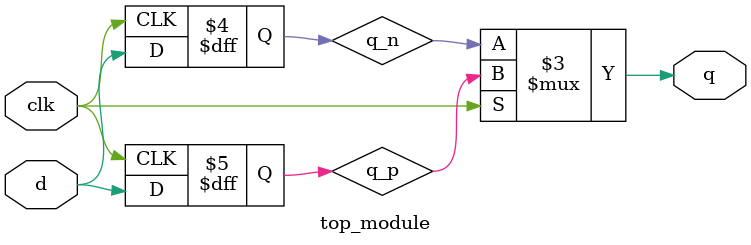
<source format=v>
module top_module (
    input clk,
    input d,
    output q
);

    reg q_p, q_n;
    
    always @(posedge clk) 
        q_p <= d;
    
    always @(negedge clk)
        q_n <= d;
    
    assign q = clk ? q_p : q_n;
    
endmodule

</source>
